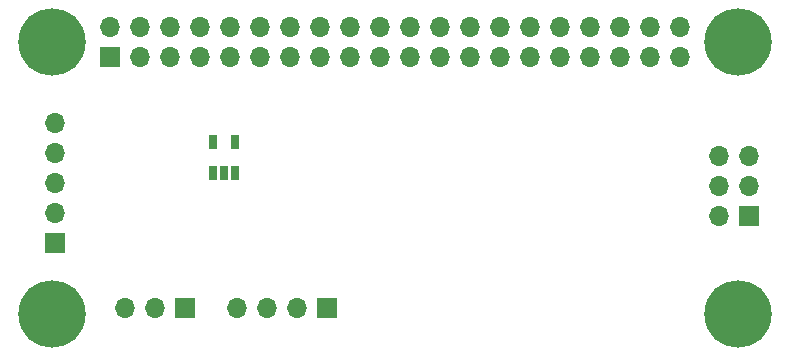
<source format=gbr>
%TF.GenerationSoftware,KiCad,Pcbnew,(5.1.9)-1*%
%TF.CreationDate,2021-04-12T22:32:52+10:00*%
%TF.ProjectId,FlightBridgePCB,466c6967-6874-4427-9269-646765504342,rev?*%
%TF.SameCoordinates,Original*%
%TF.FileFunction,Soldermask,Bot*%
%TF.FilePolarity,Negative*%
%FSLAX46Y46*%
G04 Gerber Fmt 4.6, Leading zero omitted, Abs format (unit mm)*
G04 Created by KiCad (PCBNEW (5.1.9)-1) date 2021-04-12 22:32:52*
%MOMM*%
%LPD*%
G01*
G04 APERTURE LIST*
%ADD10R,0.650000X1.220000*%
%ADD11O,1.700000X1.700000*%
%ADD12R,1.700000X1.700000*%
%ADD13C,5.700000*%
G04 APERTURE END LIST*
D10*
%TO.C,U2*%
X129220000Y-79970000D03*
X127320000Y-79970000D03*
X127320000Y-82590000D03*
X128270000Y-82590000D03*
X129220000Y-82590000D03*
%TD*%
D11*
%TO.C,J4*%
X119920000Y-94000000D03*
X122460000Y-94000000D03*
D12*
X125000000Y-94000000D03*
%TD*%
D11*
%TO.C,J2*%
X170210000Y-81170000D03*
X172750000Y-81170000D03*
X170210000Y-83710000D03*
X172750000Y-83710000D03*
X170210000Y-86250000D03*
D12*
X172750000Y-86250000D03*
%TD*%
D11*
%TO.C,J5*%
X129380000Y-94000000D03*
X131920000Y-94000000D03*
X134460000Y-94000000D03*
D12*
X137000000Y-94000000D03*
%TD*%
D13*
%TO.C,REF\u002A\u002A*%
X171748000Y-94500000D03*
%TD*%
%TO.C,REF\u002A\u002A*%
X171748000Y-71504000D03*
%TD*%
%TO.C,REF\u002A\u002A*%
X113748000Y-94500000D03*
%TD*%
%TO.C,REF\u002A\u002A*%
X113748000Y-71504000D03*
%TD*%
D11*
%TO.C,J3*%
X114000000Y-78380000D03*
X114000000Y-80920000D03*
X114000000Y-83460000D03*
X114000000Y-86000000D03*
D12*
X114000000Y-88540000D03*
%TD*%
D11*
%TO.C,J1*%
X166878000Y-70234000D03*
X166878000Y-72774000D03*
X164338000Y-70234000D03*
X164338000Y-72774000D03*
X161798000Y-70234000D03*
X161798000Y-72774000D03*
X159258000Y-70234000D03*
X159258000Y-72774000D03*
X156718000Y-70234000D03*
X156718000Y-72774000D03*
X154178000Y-70234000D03*
X154178000Y-72774000D03*
X151638000Y-70234000D03*
X151638000Y-72774000D03*
X149098000Y-70234000D03*
X149098000Y-72774000D03*
X146558000Y-70234000D03*
X146558000Y-72774000D03*
X144018000Y-70234000D03*
X144018000Y-72774000D03*
X141478000Y-70234000D03*
X141478000Y-72774000D03*
X138938000Y-70234000D03*
X138938000Y-72774000D03*
X136398000Y-70234000D03*
X136398000Y-72774000D03*
X133858000Y-70234000D03*
X133858000Y-72774000D03*
X131318000Y-70234000D03*
X131318000Y-72774000D03*
X128778000Y-70234000D03*
X128778000Y-72774000D03*
X126238000Y-70234000D03*
X126238000Y-72774000D03*
X123698000Y-70234000D03*
X123698000Y-72774000D03*
X121158000Y-70234000D03*
X121158000Y-72774000D03*
X118618000Y-70234000D03*
D12*
X118618000Y-72774000D03*
%TD*%
M02*

</source>
